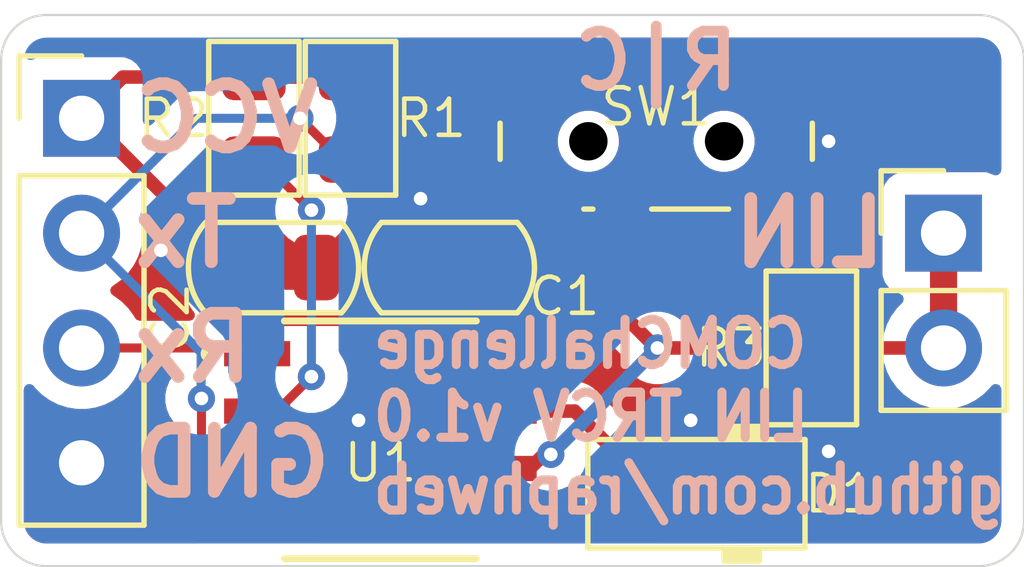
<source format=kicad_pcb>
(kicad_pcb (version 20241229) (generator "pcbnew") (generator_version "9.0")
  (title_block (title "LINBoard") (date "2025-11-15") (rev "v1.0") (company "RaphWeb"))
  (layers (0 "F.Cu" signal) (2 "B.Cu" signal) (13 "F.Paste" user) (15 "B.Paste" user) (5 "F.SilkS" user "F.Silkscreen") (7 "B.SilkS" user "B.Silkscreen") (1 "F.Mask" user) (3 "B.Mask" user) (25 "Edge.Cuts" user))
  (net 0 "")
  (net 1 "GNDREF")
  (net 2 "Net-(J1-Pin_1)")
  (net 3 "+5V")
  (net 4 "Net-(D1-K)")
  (net 5 "Net-(J2-Pin_3)")
  (net 6 "Net-(J2-Pin_2)")
  (net 7 "Net-(U1-EN)")
  (net 8 "Net-(SW1-B)")
  (footprint "PCM_Resistor_SMD_AKL:R_0805_2012Metric" (layer "F.Cu") (at 82.55 53.594 -90)
    (property "Reference" "R2" (at 0 1.778 180) (layer "F.SilkS") (effects (font (size 0.8 0.8) (thickness 0.1) (bold yes))))
    (property "Value" "4.7k" (hide yes))
    (fp_line (start -1.7 1) (end 1.7 1) (stroke (width 0.12)) (layer "F.SilkS"))
    (fp_line (start 1.7 1) (end 1.7 -1) (stroke (width 0.12)) (layer "F.SilkS"))
    (fp_line (start -1.7 -1) (end -1.7 1) (stroke (width 0.12)) (layer "F.SilkS"))
    (fp_line (start 1.7 -1) (end -1.7 -1) (stroke (width 0.12)) (layer "F.SilkS"))
    (pad "1" smd roundrect (at -0.9125 0 270) (size 1.025 1.4) (layers "F.Cu" "F.Mask" "F.Paste") (roundrect_rratio 0.243902) (net 3 "+5V"))
    (pad "2" smd roundrect (at 0.9125 0 270) (size 1.025 1.4) (layers "F.Cu" "F.Mask" "F.Paste") (roundrect_rratio 0.243902) (net 7 "Net-(U1-EN)"))
  )
  (footprint "PCM_Diode_SMD_AKL:D_SOD-123" (layer "F.Cu") (at 92.329 61.8998 180)
    (property "Reference" "D1" (at -3.175 0 0) (layer "F.SilkS") (effects (font (size 0.8 0.8) (thickness 0.1) (bold yes))))
    (property "Value" "MBR0540" (hide yes))
    (fp_line (start 2.4 1.2) (end 2.4 -1.2) (stroke (width 0.12)) (layer "F.SilkS"))
    (fp_line (start 2.4 -1.2) (end -2.4 -1.2) (stroke (width 0.12)) (layer "F.SilkS"))
    (fp_line (start -2.4 1.2) (end 2.4 1.2) (stroke (width 0.12)) (layer "F.SilkS"))
    (fp_line (start -2.4 -1.2) (end -2.4 1.2) (stroke (width 0.12)) (layer "F.SilkS"))
    (fp_poly (pts (xy -0.6 1.5) (xy -1.4 1.5) (xy -1.4 1.2) (xy -0.6 1.2)) (stroke (width 0.1)) (fill yes) (layer "F.SilkS"))
    (fp_poly (pts (xy -0.6 -1.2) (xy -1.4 -1.2) (xy -1.4 -1.5) (xy -0.6 -1.5)) (stroke (width 0.1)) (fill yes) (layer "F.SilkS"))
    (pad "1" smd roundrect (at -1.65 0 180) (size 0.9 1.2) (layers "F.Cu" "F.Mask" "F.Paste") (net 4 "Net-(D1-K)"))
    (pad "2" smd roundrect (at 1.65 0 180) (size 0.9 1.2) (layers "F.Cu" "F.Mask" "F.Paste") (net 3 "+5V"))
  )
  (footprint "SW_SPDT_Shouhan_MSK12C02:SW_SPDT_Shouhan_MSK12C02" (layer "F.Cu") (at 91.44 54.102 180)
    (property "Reference" "SW1" (at 0 0.762 180) (layer "F.SilkS") (effects (font (size 0.8 0.8) (thickness 0.1))))
    (property "Value" "SW_SPDT" (hide yes))
    (fp_line (start 3.45 -0.4) (end 3.45 0.4) (stroke (width 0.12)) (layer "F.SilkS"))
    (fp_line (start 1.4 -1.5) (end 1.6 -1.5) (stroke (width 0.12)) (layer "F.SilkS"))
    (fp_line (start -1.6 -1.5) (end 0.1 -1.5) (stroke (width 0.12)) (layer "F.SilkS"))
    (fp_line (start -3.45 -0.4) (end -3.45 0.4) (stroke (width 0.12)) (layer "F.SilkS"))
    (pad "" np_thru_hole circle (at -1.5 0 180) (size 0.85 0.85) (drill 0.85) (layers "*.Mask"))
    (pad "" np_thru_hole circle (at 1.5 0 180) (size 0.85 0.85) (drill 0.85) (layers "*.Mask"))
    (pad "1" smd roundrect (at -2.25 -1.95 180) (size 0.6 1.3) (layers "F.Cu" "F.Mask" "F.Paste"))
    (pad "2" smd roundrect (at 0.75 -1.95 180) (size 0.6 1.3) (layers "F.Cu" "F.Mask" "F.Paste") (net 8 "Net-(SW1-B)"))
    (pad "3" smd roundrect (at 2.25 -1.95 180) (size 0.6 1.3) (layers "F.Cu" "F.Mask" "F.Paste") (net 2 "Net-(J1-Pin_1)"))
    (pad "SH" smd roundrect (at -3.675 -1.1 180) (size 1.05 0.7) (layers "F.Cu" "F.Mask" "F.Paste") (net 1 "GNDREF"))
    (pad "SH" smd roundrect (at -3.675 1.1 180) (size 1.05 0.7) (layers "F.Cu" "F.Mask" "F.Paste") (net 1 "GNDREF"))
    (pad "SH" smd roundrect (at 3.675 -1.1 180) (size 1.05 0.7) (layers "F.Cu" "F.Mask" "F.Paste") (net 1 "GNDREF"))
    (pad "SH" smd roundrect (at 3.675 1.1 180) (size 1.05 0.7) (layers "F.Cu" "F.Mask" "F.Paste") (net 1 "GNDREF"))
  )
  (footprint "PCM_Capacitor_SMD_AKL:C_0805_2012Metric" (layer "F.Cu") (at 86.868 56.896 180)
    (property "Reference" "C1" (at -2.54 -0.635 180) (layer "F.SilkS") (effects (font (size 0.8 0.8) (thickness 0.1) (bold yes))))
    (property "Value" "220pF" (hide yes))
    (fp_line (start 1.5 -1) (end -1.5 -1) (stroke (width 0.12)) (layer "F.SilkS"))
    (fp_line (start -1.5 1) (end 1.5 1) (stroke (width 0.12)) (layer "F.SilkS"))
    (fp_arc (start 1.5 -1) (mid 1.880894 0) (end 1.5 1) (stroke (width 0.12)) (layer "F.SilkS"))
    (fp_arc (start -1.5 1) (mid -1.880894 0) (end -1.5 -1) (stroke (width 0.12)) (layer "F.SilkS"))
    (pad "1" smd roundrect (at -0.95 0 180) (size 1 1.45) (layers "F.Cu" "F.Mask" "F.Paste") (net 2 "Net-(J1-Pin_1)"))
    (pad "2" smd roundrect (at 0.95 0 180) (size 1 1.45) (layers "F.Cu" "F.Mask" "F.Paste") (net 1 "GNDREF"))
  )
  (footprint "PCM_Capacitor_SMD_AKL:C_0805_2012Metric" (layer "F.Cu") (at 82.9818 56.896)
    (property "Reference" "C2" (at -2.286 1.1176 90) (layer "F.SilkS") (effects (font (size 0.8 0.8) (thickness 0.1) (bold yes))))
    (property "Value" "100nF" (hide yes))
    (fp_line (start -1.5 1) (end 1.5 1) (stroke (width 0.12)) (layer "F.SilkS"))
    (fp_line (start 1.5 -1) (end -1.5 -1) (stroke (width 0.12)) (layer "F.SilkS"))
    (fp_arc (start -1.5 1) (mid -1.880894 0) (end -1.5 -1) (stroke (width 0.12)) (layer "F.SilkS"))
    (fp_arc (start 1.5 -1) (mid 1.880894 0) (end 1.5 1) (stroke (width 0.12)) (layer "F.SilkS"))
    (pad "1" smd roundrect (at -0.95 0) (size 1 1.45) (layers "F.Cu" "F.Mask" "F.Paste") (net 3 "+5V"))
    (pad "2" smd roundrect (at 0.95 0) (size 1 1.45) (layers "F.Cu" "F.Mask" "F.Paste") (net 1 "GNDREF"))
  )
  (footprint "PCM_Resistor_SMD_AKL:R_0805_2012Metric" (layer "F.Cu") (at 94.869 58.6721 90)
    (property "Reference" "R3" (at 0 -1.778 180) (layer "F.SilkS") (effects (font (size 0.8 0.8) (thickness 0.1) (bold yes))))
    (property "Value" "1k" (hide yes))
    (fp_line (start 1.7 -1) (end -1.7 -1) (stroke (width 0.12)) (layer "F.SilkS"))
    (fp_line (start -1.7 -1) (end -1.7 1) (stroke (width 0.12)) (layer "F.SilkS"))
    (fp_line (start 1.7 1) (end 1.7 -1) (stroke (width 0.12)) (layer "F.SilkS"))
    (fp_line (start -1.7 1) (end 1.7 1) (stroke (width 0.12)) (layer "F.SilkS"))
    (pad "1" smd roundrect (at -0.9125 0 90) (size 1.025 1.4) (layers "F.Cu" "F.Mask" "F.Paste") (roundrect_rratio 0.243902) (net 4 "Net-(D1-K)"))
    (pad "2" smd roundrect (at 0.9125 0 90) (size 1.025 1.4) (layers "F.Cu" "F.Mask" "F.Paste") (roundrect_rratio 0.243902) (net 8 "Net-(SW1-B)"))
  )
  (footprint "Connector_PinHeader_2.54mm:PinHeader_1x02_P2.54mm_Vertical" (layer "F.Cu") (at 97.79 56.134)
    (property "Reference" "J1" (hide yes))
    (property "Value" "Conn_01x02_Pin" (hide yes))
    (fp_line (start -1.38 -1.38) (end 0 -1.38) (stroke (width 0.12)) (layer "F.SilkS"))
    (fp_line (start -1.38 0) (end -1.38 -1.38) (stroke (width 0.12)) (layer "F.SilkS"))
    (fp_line (start -1.38 1.27) (end -1.38 3.92) (stroke (width 0.12)) (layer "F.SilkS"))
    (fp_line (start -1.38 1.27) (end 1.38 1.27) (stroke (width 0.12)) (layer "F.SilkS"))
    (fp_line (start -1.38 3.92) (end 1.38 3.92) (stroke (width 0.12)) (layer "F.SilkS"))
    (fp_line (start 1.38 1.27) (end 1.38 3.92) (stroke (width 0.12)) (layer "F.SilkS"))
    (pad "1" thru_hole rect (at 0 0) (size 1.7 1.7) (drill 1) (layers "*.Cu" "*.Mask") (net 2 "Net-(J1-Pin_1)"))
    (pad "2" thru_hole circle (at 0 2.54) (size 1.7 1.7) (drill 1) (layers "*.Cu" "*.Mask") (net 2 "Net-(J1-Pin_1)"))
  )
  (footprint "Connector_PinHeader_2.54mm:PinHeader_1x04_P2.54mm_Vertical" (layer "F.Cu") (at 78.74 53.594)
    (property "Reference" "J2" (hide yes))
    (property "Value" "~" (hide yes))
    (fp_line (start -1.38 -1.38) (end 0 -1.38) (stroke (width 0.12)) (layer "F.SilkS"))
    (fp_line (start -1.38 0) (end -1.38 -1.38) (stroke (width 0.12)) (layer "F.SilkS"))
    (fp_line (start -1.38 1.27) (end -1.38 9) (stroke (width 0.12)) (layer "F.SilkS"))
    (fp_line (start -1.38 1.27) (end 1.38 1.27) (stroke (width 0.12)) (layer "F.SilkS"))
    (fp_line (start -1.38 9) (end 1.38 9) (stroke (width 0.12)) (layer "F.SilkS"))
    (fp_line (start 1.38 1.27) (end 1.38 9) (stroke (width 0.12)) (layer "F.SilkS"))
    (pad "1" thru_hole rect (at 0 0) (size 1.7 1.7) (drill 1) (layers "*.Cu" "*.Mask") (net 3 "+5V"))
    (pad "2" thru_hole circle (at 0 2.54) (size 1.7 1.7) (drill 1) (layers "*.Cu" "*.Mask") (net 6 "Net-(J2-Pin_2)"))
    (pad "3" thru_hole circle (at 0 5.08) (size 1.7 1.7) (drill 1) (layers "*.Cu" "*.Mask") (net 5 "Net-(J2-Pin_3)"))
    (pad "4" thru_hole circle (at 0 7.62) (size 1.7 1.7) (drill 1) (layers "*.Cu" "*.Mask") (net 1 "GNDREF"))
  )
  (footprint "PCM_Resistor_SMD_AKL:R_0805_2012Metric" (layer "F.Cu") (at 84.6836 53.594 -90)
    (property "Reference" "R1" (at 0 -1.778 180) (layer "F.SilkS") (effects (font (size 0.8 0.8) (thickness 0.1) (bold yes))))
    (property "Value" "4.7k" (hide yes))
    (fp_line (start -1.7 1) (end 1.7 1) (stroke (width 0.12)) (layer "F.SilkS"))
    (fp_line (start 1.7 1) (end 1.7 -1) (stroke (width 0.12)) (layer "F.SilkS"))
    (fp_line (start -1.7 -1) (end -1.7 1) (stroke (width 0.12)) (layer "F.SilkS"))
    (fp_line (start 1.7 -1) (end -1.7 -1) (stroke (width 0.12)) (layer "F.SilkS"))
    (pad "1" smd roundrect (at -0.9125 0 270) (size 1.025 1.4) (layers "F.Cu" "F.Mask" "F.Paste") (roundrect_rratio 0.243902) (net 3 "+5V"))
    (pad "2" smd roundrect (at 0.9125 0 270) (size 1.025 1.4) (layers "F.Cu" "F.Mask" "F.Paste") (roundrect_rratio 0.243902) (net 6 "Net-(J2-Pin_2)"))
  )
  (footprint "TLIN2029ADRQ1:SOIC8_D_TEX" (layer "F.Cu") (at 85.344 60.706)
    (property "Reference" "U1" (at 0 0.508 0) (layer "F.SilkS") (effects (font (size 0.8 0.8) (thickness 0.1))))
    (property "Value" "TLIN2029ADRQ1" (hide yes))
    (fp_line (start -2.1209 2.6289) (end 2.1209 2.6289) (stroke (width 0.1524)) (layer "F.SilkS"))
    (fp_line (start 2.1209 -2.6289) (end -2.1209 -2.6289) (stroke (width 0.1524)) (layer "F.SilkS"))
    (pad "1" smd rect (at -2.72415 -1.905) (size 1.4605 0.5588) (layers "F.Cu" "F.Mask" "F.Paste") (net 5 "Net-(J2-Pin_3)"))
    (pad "2" smd rect (at -2.72415 -0.635) (size 1.4605 0.5588) (layers "F.Cu" "F.Mask" "F.Paste") (net 7 "Net-(U1-EN)"))
    (pad "3" smd rect (at -2.72415 0.635) (size 1.4605 0.5588) (layers "F.Cu" "F.Mask" "F.Paste"))
    (pad "4" smd rect (at -2.72415 1.905) (size 1.4605 0.5588) (layers "F.Cu" "F.Mask" "F.Paste") (net 6 "Net-(J2-Pin_2)"))
    (pad "5" smd rect (at 2.72415 1.905) (size 1.4605 0.5588) (layers "F.Cu" "F.Mask" "F.Paste") (net 1 "GNDREF"))
    (pad "6" smd rect (at 2.72415 0.635) (size 1.4605 0.5588) (layers "F.Cu" "F.Mask" "F.Paste") (net 2 "Net-(J1-Pin_1)"))
    (pad "7" smd rect (at 2.72415 -0.635) (size 1.4605 0.5588) (layers "F.Cu" "F.Mask" "F.Paste") (net 3 "+5V"))
    (pad "8" smd rect (at 2.72415 -1.905) (size 1.4605 0.5588) (layers "F.Cu" "F.Mask" "F.Paste"))
  )
  (gr_circle (center 81.5594 58.801) (end 81.461998 58.703598) (stroke (width 0.1)) (fill yes) (layer "F.SilkS"))
  (gr_line (start 76.962 62.5) (end 76.962 52.308) (stroke (width 0.05)) (layer "Edge.Cuts"))
  (gr_arc (start 76.962 52.308) (mid 77.254893 51.600893) (end 77.962 51.308) (stroke (width 0.05)) (layer "Edge.Cuts"))
  (gr_line (start 98.568 63.5) (end 77.962 63.5) (stroke (width 0.05)) (layer "Edge.Cuts"))
  (gr_arc (start 99.568 62.5) (mid 99.275107 63.207107) (end 98.568 63.5) (stroke (width 0.05)) (layer "Edge.Cuts"))
  (gr_arc (start 98.568 51.308) (mid 99.275107 51.600893) (end 99.568 52.308) (stroke (width 0.05)) (layer "Edge.Cuts"))
  (gr_line (start 77.962 51.308) (end 98.568 51.308) (stroke (width 0.05)) (layer "Edge.Cuts"))
  (gr_arc (start 77.962 63.5) (mid 77.254893 63.207107) (end 76.962 62.5) (stroke (width 0.05)) (layer "Edge.Cuts"))
  (gr_line (start 99.568 52.308) (end 99.568 62.5) (stroke (width 0.05)) (layer "Edge.Cuts"))
  (gr_text "R|C" (at 91.44 52.324 0) (layer "B.SilkS") (effects (font (size 1.2 1.2) (thickness 0.24) (bold yes)) (justify mirror)))
  (gr_text "COMChallenge\nLIN TRCV v1.0\ngithub.com/raphweb" (at 85.09 60.198 0) (layer "B.SilkS") (effects (font (size 1 0.9) (thickness 0.2) (bold yes)) (justify right mirror)))
  (gr_text "Rx" (at 79.756 58.674 0) (layer "B.SilkS") (effects (font (size 1.4 1.4) (thickness 0.28) (bold yes)) (justify right mirror)))
  (gr_text "VCC" (at 79.756 53.594 0) (layer "B.SilkS") (effects (font (size 1.4 1.4) (thickness 0.28) (bold yes)) (justify right mirror)))
  (gr_text "Tx" (at 79.756 56.134 0) (layer "B.SilkS") (effects (font (size 1.4 1.4) (thickness 0.28) (bold yes)) (justify right mirror)))
  (gr_text "LIN" (at 96.647 56.134 0) (layer "B.SilkS") (effects (font (size 1.4 1.4) (thickness 0.28) (bold yes)) (justify left mirror)))
  (gr_text "GND" (at 79.756 61.214 0) (layer "B.SilkS") (effects (font (size 1.4 1.4) (thickness 0.28) (bold yes)) (justify right mirror)))
  (via (at 95.25 54.102) (size 0.6) (drill 0.3) (layers "F.Cu" "B.Cu") (net 1))
  (via (at 84.8614 60.2742) (size 0.6) (drill 0.3) (layers "F.Cu" "B.Cu") (net 1))
  (via (at 95.25 60.96) (size 0.6) (drill 0.3) (layers "F.Cu" "B.Cu") (net 1))
  (via (at 86.233 55.372) (size 0.6) (drill 0.3) (layers "F.Cu" "B.Cu") (net 1))
  (via (at 92.202 60.2742) (size 0.6) (drill 0.3) (layers "F.Cu" "B.Cu") (net 1))
  (via (at 80.4926 56.515) (size 0.6) (drill 0.3) (layers "F.Cu" "B.Cu") (net 1))
  (segment (start 88.474 56.052) (end 89.19 56.052) (width 0.3) (layer "F.Cu") (net 2))
  (segment (start 87.818 56.896) (end 87.818 56.708) (width 0.3) (layer "F.Cu") (net 2))
  (segment (start 91.44 58.674) (end 89.19 56.424) (width 0.3) (layer "F.Cu") (net 2))
  (segment (start 89.19 56.424) (end 89.19 56.052) (width 0.3) (layer "F.Cu") (net 2))
  (segment (start 88.646 61.341) (end 88.06815 61.341) (width 0.3) (layer "F.Cu") (net 2))
  (segment (start 87.818 56.708) (end 88.474 56.052) (width 0.3) (layer "F.Cu") (net 2))
  (segment (start 89.110735 61.028665) (end 88.958335 61.028665) (width 0.3) (layer "F.Cu") (net 2))
  (segment (start 91.4654 58.674) (end 91.44 58.674) (width 0.3) (layer "F.Cu") (net 2))
  (segment (start 91.4654 58.674) (end 97.79 58.674) (width 0.3) (layer "F.Cu") (net 2))
  (segment (start 97.79 58.674) (end 97.79 56.134) (width 0.6) (layer "F.Cu") (net 2))
  (segment (start 88.958335 61.028665) (end 88.646 61.341) (width 0.3) (layer "F.Cu") (net 2))
  (via (at 89.110735 61.028665) (size 0.6) (drill 0.3) (layers "F.Cu" "B.Cu") (net 2))
  (via (at 91.4654 58.674) (size 0.6) (drill 0.3) (layers "F.Cu" "B.Cu") (net 2))
  (segment (start 89.110735 61.028665) (end 91.4654 58.674) (width 0.3) (layer "B.Cu") (net 2))
  (segment (start 79.6525 52.6815) (end 82.55 52.6815) (width 0.3) (layer "F.Cu") (net 3))
  (segment (start 84.963 58.039) (end 82.931 58.039) (width 0.3) (layer "F.Cu") (net 3))
  (segment (start 82.042 57.15) (end 82.042 56.896) (width 0.3) (layer "F.Cu") (net 3))
  (segment (start 88.06815 60.071) (end 89.6366 60.071) (width 0.3) (layer "F.Cu") (net 3))
  (segment (start 89.6366 60.071) (end 90.679 61.1134) (width 0.3) (layer "F.Cu") (net 3))
  (segment (start 88.06815 60.071) (end 86.995 60.071) (width 0.3) (layer "F.Cu") (net 3))
  (segment (start 82.042 56.896) (end 82.042 56.769) (width 0.3) (layer "F.Cu") (net 3))
  (segment (start 82.931 58.039) (end 82.042 57.15) (width 0.3) (layer "F.Cu") (net 3))
  (segment (start 78.74 53.594) (end 79.6525 52.6815) (width 0.3) (layer "F.Cu") (net 3))
  (segment (start 82.55 52.6815) (end 84.6836 52.6815) (width 0.3) (layer "F.Cu") (net 3))
  (segment (start 78.867 53.594) (end 78.74 53.594) (width 0.3) (layer "F.Cu") (net 3))
  (segment (start 90.679 61.1134) (end 90.679 61.8998) (width 0.3) (layer "F.Cu") (net 3))
  (segment (start 86.995 60.071) (end 84.963 58.039) (width 0.3) (layer "F.Cu") (net 3))
  (segment (start 82.042 56.769) (end 78.867 53.594) (width 0.3) (layer "F.Cu") (net 3))
  (segment (start 94.869 59.6119) (end 94.869 59.7135) (width 0.2) (layer "F.Cu") (net 4))
  (segment (start 93.979 61.8998) (end 93.979 60.326) (width 0.2) (layer "F.Cu") (net 4))
  (segment (start 94.6931 59.6119) (end 94.869 59.6119) (width 0.2) (layer "F.Cu") (net 4))
  (segment (start 93.979 60.326) (end 94.6931 59.6119) (width 0.2) (layer "F.Cu") (net 4))
  (segment (start 82.49285 58.674) (end 82.61985 58.801) (width 0.2) (layer "F.Cu") (net 5))
  (segment (start 78.74 58.674) (end 82.49285 58.674) (width 0.2) (layer "F.Cu") (net 5))
  (segment (start 81.389598 61.856998) (end 82.1436 62.611) (width 0.2) (layer "F.Cu") (net 6))
  (segment (start 81.389598 59.7916) (end 81.389598 61.856998) (width 0.2) (layer "F.Cu") (net 6))
  (segment (start 84.4785 54.5065) (end 84.6836 54.5065) (width 0.2) (layer "F.Cu") (net 6))
  (segment (start 84.6836 54.5065) (end 84.582 54.5065) (width 0.2) (layer "F.Cu") (net 6))
  (segment (start 82.1436 62.611) (end 82.61985 62.611) (width 0.2) (layer "F.Cu") (net 6))
  (segment (start 83.566 53.594) (end 84.4785 54.5065) (width 0.2) (layer "F.Cu") (net 6))
  (via (at 81.389598 59.7916) (size 0.6) (drill 0.3) (layers "F.Cu" "B.Cu") (net 6))
  (via (at 83.566 53.594) (size 0.6) (drill 0.3) (layers "F.Cu" "B.Cu") (net 6))
  (segment (start 81.3816 59.783602) (end 81.3816 58.7756) (width 0.2) (layer "B.Cu") (net 6))
  (segment (start 83.566 53.594) (end 81.28 53.594) (width 0.2) (layer "B.Cu") (net 6))
  (segment (start 81.28 53.594) (end 78.74 56.134) (width 0.2) (layer "B.Cu") (net 6))
  (segment (start 81.389598 59.7916) (end 81.3816 59.783602) (width 0.2) (layer "B.Cu") (net 6))
  (segment (start 81.3816 58.7756) (end 78.74 56.134) (width 0.2) (layer "B.Cu") (net 6))
  (segment (start 82.70145 54.5065) (end 82.55 54.5065) (width 0.2) (layer "F.Cu") (net 7))
  (segment (start 83.058 60.071) (end 82.61985 60.071) (width 0.2) (layer "F.Cu") (net 7))
  (segment (start 83.82095 55.626) (end 82.70145 54.5065) (width 0.2) (layer "F.Cu") (net 7))
  (segment (start 83.82 59.309) (end 83.058 60.071) (width 0.2) (layer "F.Cu") (net 7))
  (via (at 83.82095 55.626) (size 0.6) (drill 0.3) (layers "F.Cu" "B.Cu") (net 7))
  (via (at 83.82 59.309) (size 0.6) (drill 0.3) (layers "F.Cu" "B.Cu") (net 7))
  (segment (start 83.82 59.309) (end 83.82 55.62695) (width 0.2) (layer "B.Cu") (net 7))
  (segment (start 83.82 55.62695) (end 83.82095 55.626) (width 0.2) (layer "B.Cu") (net 7))
  (segment (start 90.69 56.4) (end 90.69 56.052) (width 0.2) (layer "F.Cu") (net 8))
  (segment (start 94.869 57.7869) (end 94.8671 57.785) (width 0.2) (layer "F.Cu") (net 8))
  (segment (start 92.075 57.785) (end 90.69 56.4) (width 0.2) (layer "F.Cu") (net 8))
  (segment (start 94.8671 57.785) (end 92.075 57.785) (width 0.2) (layer "F.Cu") (net 8))
  (zone (net 1) (net_name "GNDREF") (layers "F.Cu" "B.Cu") (connect_pads (clearance 0.5)) (min_thickness 0.25) (fill yes (thermal_gap 0.5) (thermal_bridge_width 0.5))
    (polygon (pts (xy 76.962 51.308) (xy 99.568 51.308) (xy 99.568 63.5) (xy 76.962 63.5)))
  )
)
</source>
